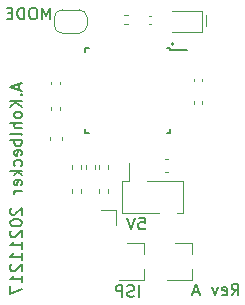
<source format=gbo>
G04 #@! TF.GenerationSoftware,KiCad,Pcbnew,(5.1.10-1-10_14)*
G04 #@! TF.CreationDate,2021-12-19T23:04:46+01:00*
G04 #@! TF.ProjectId,7segment,37736567-6d65-46e7-942e-6b696361645f,rev?*
G04 #@! TF.SameCoordinates,Original*
G04 #@! TF.FileFunction,Legend,Bot*
G04 #@! TF.FilePolarity,Positive*
%FSLAX46Y46*%
G04 Gerber Fmt 4.6, Leading zero omitted, Abs format (unit mm)*
G04 Created by KiCad (PCBNEW (5.1.10-1-10_14)) date 2021-12-19 23:04:46*
%MOMM*%
%LPD*%
G01*
G04 APERTURE LIST*
%ADD10C,0.120000*%
%ADD11C,0.153000*%
%ADD12C,0.150000*%
%ADD13O,1.801600X1.801600*%
%ADD14C,0.100000*%
%ADD15C,1.801600*%
G04 APERTURE END LIST*
D10*
X139954000Y-104013000D02*
X139954000Y-104902000D01*
D11*
X124118666Y-109831761D02*
X124118666Y-110307952D01*
X124404380Y-109736523D02*
X123404380Y-110069857D01*
X124404380Y-110403190D01*
X124309142Y-110736523D02*
X124356761Y-110784142D01*
X124404380Y-110736523D01*
X124356761Y-110688904D01*
X124309142Y-110736523D01*
X124404380Y-110736523D01*
X124404380Y-111212714D02*
X123404380Y-111212714D01*
X124404380Y-111784142D02*
X123832952Y-111355571D01*
X123404380Y-111784142D02*
X123975809Y-111212714D01*
X124404380Y-112355571D02*
X124356761Y-112260333D01*
X124309142Y-112212714D01*
X124213904Y-112165095D01*
X123928190Y-112165095D01*
X123832952Y-112212714D01*
X123785333Y-112260333D01*
X123737714Y-112355571D01*
X123737714Y-112498428D01*
X123785333Y-112593666D01*
X123832952Y-112641285D01*
X123928190Y-112688904D01*
X124213904Y-112688904D01*
X124309142Y-112641285D01*
X124356761Y-112593666D01*
X124404380Y-112498428D01*
X124404380Y-112355571D01*
X124404380Y-113117476D02*
X123404380Y-113117476D01*
X124404380Y-113546047D02*
X123880571Y-113546047D01*
X123785333Y-113498428D01*
X123737714Y-113403190D01*
X123737714Y-113260333D01*
X123785333Y-113165095D01*
X123832952Y-113117476D01*
X124404380Y-114165095D02*
X124356761Y-114069857D01*
X124261523Y-114022238D01*
X123404380Y-114022238D01*
X124404380Y-114546047D02*
X123404380Y-114546047D01*
X123785333Y-114546047D02*
X123737714Y-114641285D01*
X123737714Y-114831761D01*
X123785333Y-114927000D01*
X123832952Y-114974619D01*
X123928190Y-115022238D01*
X124213904Y-115022238D01*
X124309142Y-114974619D01*
X124356761Y-114927000D01*
X124404380Y-114831761D01*
X124404380Y-114641285D01*
X124356761Y-114546047D01*
X124356761Y-115831761D02*
X124404380Y-115736523D01*
X124404380Y-115546047D01*
X124356761Y-115450809D01*
X124261523Y-115403190D01*
X123880571Y-115403190D01*
X123785333Y-115450809D01*
X123737714Y-115546047D01*
X123737714Y-115736523D01*
X123785333Y-115831761D01*
X123880571Y-115879380D01*
X123975809Y-115879380D01*
X124071047Y-115403190D01*
X124356761Y-116736523D02*
X124404380Y-116641285D01*
X124404380Y-116450809D01*
X124356761Y-116355571D01*
X124309142Y-116307952D01*
X124213904Y-116260333D01*
X123928190Y-116260333D01*
X123832952Y-116307952D01*
X123785333Y-116355571D01*
X123737714Y-116450809D01*
X123737714Y-116641285D01*
X123785333Y-116736523D01*
X124404380Y-117165095D02*
X123404380Y-117165095D01*
X124023428Y-117260333D02*
X124404380Y-117546047D01*
X123737714Y-117546047D02*
X124118666Y-117165095D01*
X124356761Y-118355571D02*
X124404380Y-118260333D01*
X124404380Y-118069857D01*
X124356761Y-117974619D01*
X124261523Y-117927000D01*
X123880571Y-117927000D01*
X123785333Y-117974619D01*
X123737714Y-118069857D01*
X123737714Y-118260333D01*
X123785333Y-118355571D01*
X123880571Y-118403190D01*
X123975809Y-118403190D01*
X124071047Y-117927000D01*
X124404380Y-118831761D02*
X123737714Y-118831761D01*
X123928190Y-118831761D02*
X123832952Y-118879380D01*
X123785333Y-118927000D01*
X123737714Y-119022238D01*
X123737714Y-119117476D01*
D12*
X134302476Y-121118380D02*
X134778666Y-121118380D01*
X134826285Y-121594571D01*
X134778666Y-121546952D01*
X134683428Y-121499333D01*
X134445333Y-121499333D01*
X134350095Y-121546952D01*
X134302476Y-121594571D01*
X134254857Y-121689809D01*
X134254857Y-121927904D01*
X134302476Y-122023142D01*
X134350095Y-122070761D01*
X134445333Y-122118380D01*
X134683428Y-122118380D01*
X134778666Y-122070761D01*
X134826285Y-122023142D01*
X133969142Y-121118380D02*
X133635809Y-122118380D01*
X133302476Y-121118380D01*
D11*
X142152523Y-127706380D02*
X142485857Y-127230190D01*
X142723952Y-127706380D02*
X142723952Y-126706380D01*
X142343000Y-126706380D01*
X142247761Y-126754000D01*
X142200142Y-126801619D01*
X142152523Y-126896857D01*
X142152523Y-127039714D01*
X142200142Y-127134952D01*
X142247761Y-127182571D01*
X142343000Y-127230190D01*
X142723952Y-127230190D01*
X141343000Y-127658761D02*
X141438238Y-127706380D01*
X141628714Y-127706380D01*
X141723952Y-127658761D01*
X141771571Y-127563523D01*
X141771571Y-127182571D01*
X141723952Y-127087333D01*
X141628714Y-127039714D01*
X141438238Y-127039714D01*
X141343000Y-127087333D01*
X141295380Y-127182571D01*
X141295380Y-127277809D01*
X141771571Y-127373047D01*
X140962047Y-127039714D02*
X140723952Y-127706380D01*
X140485857Y-127039714D01*
X139390619Y-127420666D02*
X138914428Y-127420666D01*
X139485857Y-127706380D02*
X139152523Y-126706380D01*
X138819190Y-127706380D01*
X123499619Y-120332785D02*
X123452000Y-120380404D01*
X123404380Y-120475642D01*
X123404380Y-120713737D01*
X123452000Y-120808975D01*
X123499619Y-120856594D01*
X123594857Y-120904213D01*
X123690095Y-120904213D01*
X123832952Y-120856594D01*
X124404380Y-120285166D01*
X124404380Y-120904213D01*
X123404380Y-121523261D02*
X123404380Y-121618499D01*
X123452000Y-121713737D01*
X123499619Y-121761356D01*
X123594857Y-121808975D01*
X123785333Y-121856594D01*
X124023428Y-121856594D01*
X124213904Y-121808975D01*
X124309142Y-121761356D01*
X124356761Y-121713737D01*
X124404380Y-121618499D01*
X124404380Y-121523261D01*
X124356761Y-121428023D01*
X124309142Y-121380404D01*
X124213904Y-121332785D01*
X124023428Y-121285166D01*
X123785333Y-121285166D01*
X123594857Y-121332785D01*
X123499619Y-121380404D01*
X123452000Y-121428023D01*
X123404380Y-121523261D01*
X123499619Y-122237547D02*
X123452000Y-122285166D01*
X123404380Y-122380404D01*
X123404380Y-122618499D01*
X123452000Y-122713737D01*
X123499619Y-122761356D01*
X123594857Y-122808975D01*
X123690095Y-122808975D01*
X123832952Y-122761356D01*
X124404380Y-122189928D01*
X124404380Y-122808975D01*
X124404380Y-123761356D02*
X124404380Y-123189928D01*
X124404380Y-123475642D02*
X123404380Y-123475642D01*
X123547238Y-123380404D01*
X123642476Y-123285166D01*
X123690095Y-123189928D01*
X124404380Y-124713737D02*
X124404380Y-124142309D01*
X124404380Y-124428023D02*
X123404380Y-124428023D01*
X123547238Y-124332785D01*
X123642476Y-124237547D01*
X123690095Y-124142309D01*
X123499619Y-125094690D02*
X123452000Y-125142309D01*
X123404380Y-125237547D01*
X123404380Y-125475642D01*
X123452000Y-125570880D01*
X123499619Y-125618499D01*
X123594857Y-125666118D01*
X123690095Y-125666118D01*
X123832952Y-125618499D01*
X124404380Y-125047071D01*
X124404380Y-125666118D01*
X124404380Y-126618499D02*
X124404380Y-126047071D01*
X124404380Y-126332785D02*
X123404380Y-126332785D01*
X123547238Y-126237547D01*
X123642476Y-126142309D01*
X123690095Y-126047071D01*
X123404380Y-126951833D02*
X123404380Y-127618499D01*
X124404380Y-127189928D01*
X126777523Y-104338380D02*
X126777523Y-103338380D01*
X126444190Y-104052666D01*
X126110857Y-103338380D01*
X126110857Y-104338380D01*
X125444190Y-103338380D02*
X125253714Y-103338380D01*
X125158476Y-103386000D01*
X125063238Y-103481238D01*
X125015619Y-103671714D01*
X125015619Y-104005047D01*
X125063238Y-104195523D01*
X125158476Y-104290761D01*
X125253714Y-104338380D01*
X125444190Y-104338380D01*
X125539428Y-104290761D01*
X125634666Y-104195523D01*
X125682285Y-104005047D01*
X125682285Y-103671714D01*
X125634666Y-103481238D01*
X125539428Y-103386000D01*
X125444190Y-103338380D01*
X124587047Y-104338380D02*
X124587047Y-103338380D01*
X124348952Y-103338380D01*
X124206095Y-103386000D01*
X124110857Y-103481238D01*
X124063238Y-103576476D01*
X124015619Y-103766952D01*
X124015619Y-103909809D01*
X124063238Y-104100285D01*
X124110857Y-104195523D01*
X124206095Y-104290761D01*
X124348952Y-104338380D01*
X124587047Y-104338380D01*
X123587047Y-103814571D02*
X123253714Y-103814571D01*
X123110857Y-104338380D02*
X123587047Y-104338380D01*
X123587047Y-103338380D01*
X123110857Y-103338380D01*
D12*
X134326190Y-127833380D02*
X134326190Y-126833380D01*
X133897619Y-127785761D02*
X133754761Y-127833380D01*
X133516666Y-127833380D01*
X133421428Y-127785761D01*
X133373809Y-127738142D01*
X133326190Y-127642904D01*
X133326190Y-127547666D01*
X133373809Y-127452428D01*
X133421428Y-127404809D01*
X133516666Y-127357190D01*
X133707142Y-127309571D01*
X133802380Y-127261952D01*
X133850000Y-127214333D01*
X133897619Y-127119095D01*
X133897619Y-127023857D01*
X133850000Y-126928619D01*
X133802380Y-126881000D01*
X133707142Y-126833380D01*
X133469047Y-126833380D01*
X133326190Y-126881000D01*
X132897619Y-127833380D02*
X132897619Y-126833380D01*
X132516666Y-126833380D01*
X132421428Y-126881000D01*
X132373809Y-126928619D01*
X132326190Y-127023857D01*
X132326190Y-127166714D01*
X132373809Y-127261952D01*
X132421428Y-127309571D01*
X132516666Y-127357190D01*
X132897619Y-127357190D01*
D10*
X137287000Y-106426000D02*
G75*
G03*
X137287000Y-106426000I-127000J0D01*
G01*
X126744000Y-114264221D02*
X126744000Y-114589779D01*
X127764000Y-114264221D02*
X127764000Y-114589779D01*
X126894000Y-111994836D02*
X126894000Y-111779164D01*
X127614000Y-111994836D02*
X127614000Y-111779164D01*
X139676000Y-103671000D02*
X139676000Y-105371000D01*
X139676000Y-105371000D02*
X137126000Y-105371000D01*
X139676000Y-103671000D02*
X137126000Y-103671000D01*
X136511420Y-117223000D02*
X136792580Y-117223000D01*
X136511420Y-116203000D02*
X136792580Y-116203000D01*
X132394000Y-121793000D02*
X132394000Y-120463000D01*
X132394000Y-120463000D02*
X131064000Y-120463000D01*
D12*
X136975000Y-106963000D02*
X138400000Y-106963000D01*
X129725000Y-106738000D02*
X130050000Y-106738000D01*
X129725000Y-113988000D02*
X130050000Y-113988000D01*
X136975000Y-113988000D02*
X136650000Y-113988000D01*
X136975000Y-106738000D02*
X136650000Y-106738000D01*
X136975000Y-113988000D02*
X136975000Y-113663000D01*
X129725000Y-113988000D02*
X129725000Y-113663000D01*
X129725000Y-106738000D02*
X129725000Y-107063000D01*
X136975000Y-106738000D02*
X136975000Y-106963000D01*
D10*
X129924000Y-104221000D02*
G75*
G03*
X129224000Y-103521000I-700000J0D01*
G01*
X129224000Y-105521000D02*
G75*
G03*
X129924000Y-104821000I0J700000D01*
G01*
X127124000Y-104821000D02*
G75*
G03*
X127824000Y-105521000I700000J0D01*
G01*
X127824000Y-103521000D02*
G75*
G03*
X127124000Y-104221000I0J-700000D01*
G01*
X129924000Y-104821000D02*
X129924000Y-104221000D01*
X127824000Y-105521000D02*
X129224000Y-105521000D01*
X127124000Y-104221000D02*
X127124000Y-104821000D01*
X129224000Y-103521000D02*
X127824000Y-103521000D01*
X133376641Y-104014000D02*
X133069359Y-104014000D01*
X133376641Y-104774000D02*
X133069359Y-104774000D01*
X135147164Y-104754000D02*
X135362836Y-104754000D01*
X135147164Y-104034000D02*
X135362836Y-104034000D01*
X138959000Y-111486836D02*
X138959000Y-111271164D01*
X139679000Y-111486836D02*
X139679000Y-111271164D01*
X130938000Y-119025641D02*
X130938000Y-118718359D01*
X131698000Y-119025641D02*
X131698000Y-118718359D01*
X128652000Y-119025641D02*
X128652000Y-118718359D01*
X129412000Y-119025641D02*
X129412000Y-118718359D01*
X128652000Y-116993641D02*
X128652000Y-116686359D01*
X129412000Y-116993641D02*
X129412000Y-116686359D01*
X129795000Y-116993641D02*
X129795000Y-116686359D01*
X130555000Y-116993641D02*
X130555000Y-116686359D01*
X130938000Y-116993641D02*
X130938000Y-116686359D01*
X131698000Y-116993641D02*
X131698000Y-116686359D01*
X138809000Y-123261000D02*
X137349000Y-123261000D01*
X138809000Y-126421000D02*
X136649000Y-126421000D01*
X138809000Y-126421000D02*
X138809000Y-125491000D01*
X138809000Y-123261000D02*
X138809000Y-124191000D01*
X126894000Y-109835836D02*
X126894000Y-109620164D01*
X127614000Y-109835836D02*
X127614000Y-109620164D01*
X138959000Y-109581836D02*
X138959000Y-109366164D01*
X139679000Y-109581836D02*
X139679000Y-109366164D01*
X134960000Y-118050000D02*
X138070000Y-118050000D01*
X137500000Y-120710000D02*
X138070000Y-120710000D01*
X132870000Y-118050000D02*
X133440000Y-118050000D01*
X133440000Y-118050000D02*
X133440000Y-116530000D01*
X132870000Y-120710000D02*
X135980000Y-120710000D01*
X138070000Y-118050000D02*
X138070000Y-120710000D01*
X132870000Y-118050000D02*
X132870000Y-120710000D01*
X134745000Y-123261000D02*
X133285000Y-123261000D01*
X134745000Y-126421000D02*
X132585000Y-126421000D01*
X134745000Y-126421000D02*
X134745000Y-125491000D01*
X134745000Y-123261000D02*
X134745000Y-124191000D01*
%LPC*%
G36*
G01*
X126972350Y-114726200D02*
X127535650Y-114726200D01*
G75*
G02*
X127779800Y-114970350I0J-244150D01*
G01*
X127779800Y-115458650D01*
G75*
G02*
X127535650Y-115702800I-244150J0D01*
G01*
X126972350Y-115702800D01*
G75*
G02*
X126728200Y-115458650I0J244150D01*
G01*
X126728200Y-114970350D01*
G75*
G02*
X126972350Y-114726200I244150J0D01*
G01*
G37*
G36*
G01*
X126972350Y-113151200D02*
X127535650Y-113151200D01*
G75*
G02*
X127779800Y-113395350I0J-244150D01*
G01*
X127779800Y-113883650D01*
G75*
G02*
X127535650Y-114127800I-244150J0D01*
G01*
X126972350Y-114127800D01*
G75*
G02*
X126728200Y-113883650I0J244150D01*
G01*
X126728200Y-113395350D01*
G75*
G02*
X126972350Y-113151200I244150J0D01*
G01*
G37*
G36*
G01*
X127449400Y-111737800D02*
X127058600Y-111737800D01*
G75*
G02*
X126893200Y-111572400I0J165400D01*
G01*
X126893200Y-111241600D01*
G75*
G02*
X127058600Y-111076200I165400J0D01*
G01*
X127449400Y-111076200D01*
G75*
G02*
X127614800Y-111241600I0J-165400D01*
G01*
X127614800Y-111572400D01*
G75*
G02*
X127449400Y-111737800I-165400J0D01*
G01*
G37*
G36*
G01*
X127449400Y-112697800D02*
X127058600Y-112697800D01*
G75*
G02*
X126893200Y-112532400I0J165400D01*
G01*
X126893200Y-112201600D01*
G75*
G02*
X127058600Y-112036200I165400J0D01*
G01*
X127449400Y-112036200D01*
G75*
G02*
X127614800Y-112201600I0J-165400D01*
G01*
X127614800Y-112532400D01*
G75*
G02*
X127449400Y-112697800I-165400J0D01*
G01*
G37*
D13*
X121920000Y-104140000D03*
X121920000Y-106680000D03*
X121920000Y-109220000D03*
X121920000Y-111760000D03*
X121920000Y-114300000D03*
X121920000Y-116840000D03*
X121920000Y-119380000D03*
X121920000Y-121920000D03*
X121920000Y-124460000D03*
G36*
G01*
X121019200Y-127850000D02*
X121019200Y-126150000D01*
G75*
G02*
X121070000Y-126099200I50800J0D01*
G01*
X122770000Y-126099200D01*
G75*
G02*
X122820800Y-126150000I0J-50800D01*
G01*
X122820800Y-127850000D01*
G75*
G02*
X122770000Y-127900800I-50800J0D01*
G01*
X121070000Y-127900800D01*
G75*
G02*
X121019200Y-127850000I0J50800D01*
G01*
G37*
G36*
G01*
X137376800Y-104270999D02*
X137376800Y-104771001D01*
G75*
G02*
X137326001Y-104821800I-50799J0D01*
G01*
X136825999Y-104821800D01*
G75*
G02*
X136775200Y-104771001I0J50799D01*
G01*
X136775200Y-104270999D01*
G75*
G02*
X136825999Y-104220200I50799J0D01*
G01*
X137326001Y-104220200D01*
G75*
G02*
X137376800Y-104270999I0J-50799D01*
G01*
G37*
G36*
G01*
X139576800Y-104270999D02*
X139576800Y-104771001D01*
G75*
G02*
X139526001Y-104821800I-50799J0D01*
G01*
X139025999Y-104821800D01*
G75*
G02*
X138975200Y-104771001I0J50799D01*
G01*
X138975200Y-104270999D01*
G75*
G02*
X139025999Y-104220200I50799J0D01*
G01*
X139526001Y-104220200D01*
G75*
G02*
X139576800Y-104270999I0J-50799D01*
G01*
G37*
G36*
G01*
X136926200Y-116988400D02*
X136926200Y-116437600D01*
G75*
G02*
X137176600Y-116187200I250400J0D01*
G01*
X137677400Y-116187200D01*
G75*
G02*
X137927800Y-116437600I0J-250400D01*
G01*
X137927800Y-116988400D01*
G75*
G02*
X137677400Y-117238800I-250400J0D01*
G01*
X137176600Y-117238800D01*
G75*
G02*
X136926200Y-116988400I0J250400D01*
G01*
G37*
G36*
G01*
X135376200Y-116988400D02*
X135376200Y-116437600D01*
G75*
G02*
X135626600Y-116187200I250400J0D01*
G01*
X136127400Y-116187200D01*
G75*
G02*
X136377800Y-116437600I0J-250400D01*
G01*
X136377800Y-116988400D01*
G75*
G02*
X136127400Y-117238800I-250400J0D01*
G01*
X135626600Y-117238800D01*
G75*
G02*
X135376200Y-116988400I0J250400D01*
G01*
G37*
X128524000Y-126873000D03*
X131064000Y-126873000D03*
X128524000Y-124333000D03*
X131064000Y-124333000D03*
X128524000Y-121793000D03*
G36*
G01*
X131964800Y-120943000D02*
X131964800Y-122643000D01*
G75*
G02*
X131914000Y-122693800I-50800J0D01*
G01*
X130214000Y-122693800D01*
G75*
G02*
X130163200Y-122643000I0J50800D01*
G01*
X130163200Y-120943000D01*
G75*
G02*
X130214000Y-120892200I50800J0D01*
G01*
X131914000Y-120892200D01*
G75*
G02*
X131964800Y-120943000I0J-50800D01*
G01*
G37*
G36*
G01*
X138450800Y-107288000D02*
X138450800Y-107838000D01*
G75*
G02*
X138400000Y-107888800I-50800J0D01*
G01*
X136800000Y-107888800D01*
G75*
G02*
X136749200Y-107838000I0J50800D01*
G01*
X136749200Y-107288000D01*
G75*
G02*
X136800000Y-107237200I50800J0D01*
G01*
X138400000Y-107237200D01*
G75*
G02*
X138450800Y-107288000I0J-50800D01*
G01*
G37*
G36*
G01*
X138450800Y-108088000D02*
X138450800Y-108638000D01*
G75*
G02*
X138400000Y-108688800I-50800J0D01*
G01*
X136800000Y-108688800D01*
G75*
G02*
X136749200Y-108638000I0J50800D01*
G01*
X136749200Y-108088000D01*
G75*
G02*
X136800000Y-108037200I50800J0D01*
G01*
X138400000Y-108037200D01*
G75*
G02*
X138450800Y-108088000I0J-50800D01*
G01*
G37*
G36*
G01*
X138450800Y-108888000D02*
X138450800Y-109438000D01*
G75*
G02*
X138400000Y-109488800I-50800J0D01*
G01*
X136800000Y-109488800D01*
G75*
G02*
X136749200Y-109438000I0J50800D01*
G01*
X136749200Y-108888000D01*
G75*
G02*
X136800000Y-108837200I50800J0D01*
G01*
X138400000Y-108837200D01*
G75*
G02*
X138450800Y-108888000I0J-50800D01*
G01*
G37*
G36*
G01*
X138450800Y-109688000D02*
X138450800Y-110238000D01*
G75*
G02*
X138400000Y-110288800I-50800J0D01*
G01*
X136800000Y-110288800D01*
G75*
G02*
X136749200Y-110238000I0J50800D01*
G01*
X136749200Y-109688000D01*
G75*
G02*
X136800000Y-109637200I50800J0D01*
G01*
X138400000Y-109637200D01*
G75*
G02*
X138450800Y-109688000I0J-50800D01*
G01*
G37*
G36*
G01*
X138450800Y-110488000D02*
X138450800Y-111038000D01*
G75*
G02*
X138400000Y-111088800I-50800J0D01*
G01*
X136800000Y-111088800D01*
G75*
G02*
X136749200Y-111038000I0J50800D01*
G01*
X136749200Y-110488000D01*
G75*
G02*
X136800000Y-110437200I50800J0D01*
G01*
X138400000Y-110437200D01*
G75*
G02*
X138450800Y-110488000I0J-50800D01*
G01*
G37*
G36*
G01*
X138450800Y-111288000D02*
X138450800Y-111838000D01*
G75*
G02*
X138400000Y-111888800I-50800J0D01*
G01*
X136800000Y-111888800D01*
G75*
G02*
X136749200Y-111838000I0J50800D01*
G01*
X136749200Y-111288000D01*
G75*
G02*
X136800000Y-111237200I50800J0D01*
G01*
X138400000Y-111237200D01*
G75*
G02*
X138450800Y-111288000I0J-50800D01*
G01*
G37*
G36*
G01*
X138450800Y-112088000D02*
X138450800Y-112638000D01*
G75*
G02*
X138400000Y-112688800I-50800J0D01*
G01*
X136800000Y-112688800D01*
G75*
G02*
X136749200Y-112638000I0J50800D01*
G01*
X136749200Y-112088000D01*
G75*
G02*
X136800000Y-112037200I50800J0D01*
G01*
X138400000Y-112037200D01*
G75*
G02*
X138450800Y-112088000I0J-50800D01*
G01*
G37*
G36*
G01*
X138450800Y-112888000D02*
X138450800Y-113438000D01*
G75*
G02*
X138400000Y-113488800I-50800J0D01*
G01*
X136800000Y-113488800D01*
G75*
G02*
X136749200Y-113438000I0J50800D01*
G01*
X136749200Y-112888000D01*
G75*
G02*
X136800000Y-112837200I50800J0D01*
G01*
X138400000Y-112837200D01*
G75*
G02*
X138450800Y-112888000I0J-50800D01*
G01*
G37*
G36*
G01*
X136425000Y-115463800D02*
X135875000Y-115463800D01*
G75*
G02*
X135824200Y-115413000I0J50800D01*
G01*
X135824200Y-113813000D01*
G75*
G02*
X135875000Y-113762200I50800J0D01*
G01*
X136425000Y-113762200D01*
G75*
G02*
X136475800Y-113813000I0J-50800D01*
G01*
X136475800Y-115413000D01*
G75*
G02*
X136425000Y-115463800I-50800J0D01*
G01*
G37*
G36*
G01*
X135625000Y-115463800D02*
X135075000Y-115463800D01*
G75*
G02*
X135024200Y-115413000I0J50800D01*
G01*
X135024200Y-113813000D01*
G75*
G02*
X135075000Y-113762200I50800J0D01*
G01*
X135625000Y-113762200D01*
G75*
G02*
X135675800Y-113813000I0J-50800D01*
G01*
X135675800Y-115413000D01*
G75*
G02*
X135625000Y-115463800I-50800J0D01*
G01*
G37*
G36*
G01*
X134825000Y-115463800D02*
X134275000Y-115463800D01*
G75*
G02*
X134224200Y-115413000I0J50800D01*
G01*
X134224200Y-113813000D01*
G75*
G02*
X134275000Y-113762200I50800J0D01*
G01*
X134825000Y-113762200D01*
G75*
G02*
X134875800Y-113813000I0J-50800D01*
G01*
X134875800Y-115413000D01*
G75*
G02*
X134825000Y-115463800I-50800J0D01*
G01*
G37*
G36*
G01*
X134025000Y-115463800D02*
X133475000Y-115463800D01*
G75*
G02*
X133424200Y-115413000I0J50800D01*
G01*
X133424200Y-113813000D01*
G75*
G02*
X133475000Y-113762200I50800J0D01*
G01*
X134025000Y-113762200D01*
G75*
G02*
X134075800Y-113813000I0J-50800D01*
G01*
X134075800Y-115413000D01*
G75*
G02*
X134025000Y-115463800I-50800J0D01*
G01*
G37*
G36*
G01*
X133225000Y-115463800D02*
X132675000Y-115463800D01*
G75*
G02*
X132624200Y-115413000I0J50800D01*
G01*
X132624200Y-113813000D01*
G75*
G02*
X132675000Y-113762200I50800J0D01*
G01*
X133225000Y-113762200D01*
G75*
G02*
X133275800Y-113813000I0J-50800D01*
G01*
X133275800Y-115413000D01*
G75*
G02*
X133225000Y-115463800I-50800J0D01*
G01*
G37*
G36*
G01*
X132425000Y-115463800D02*
X131875000Y-115463800D01*
G75*
G02*
X131824200Y-115413000I0J50800D01*
G01*
X131824200Y-113813000D01*
G75*
G02*
X131875000Y-113762200I50800J0D01*
G01*
X132425000Y-113762200D01*
G75*
G02*
X132475800Y-113813000I0J-50800D01*
G01*
X132475800Y-115413000D01*
G75*
G02*
X132425000Y-115463800I-50800J0D01*
G01*
G37*
G36*
G01*
X131625000Y-115463800D02*
X131075000Y-115463800D01*
G75*
G02*
X131024200Y-115413000I0J50800D01*
G01*
X131024200Y-113813000D01*
G75*
G02*
X131075000Y-113762200I50800J0D01*
G01*
X131625000Y-113762200D01*
G75*
G02*
X131675800Y-113813000I0J-50800D01*
G01*
X131675800Y-115413000D01*
G75*
G02*
X131625000Y-115463800I-50800J0D01*
G01*
G37*
G36*
G01*
X130825000Y-115463800D02*
X130275000Y-115463800D01*
G75*
G02*
X130224200Y-115413000I0J50800D01*
G01*
X130224200Y-113813000D01*
G75*
G02*
X130275000Y-113762200I50800J0D01*
G01*
X130825000Y-113762200D01*
G75*
G02*
X130875800Y-113813000I0J-50800D01*
G01*
X130875800Y-115413000D01*
G75*
G02*
X130825000Y-115463800I-50800J0D01*
G01*
G37*
G36*
G01*
X129950800Y-112888000D02*
X129950800Y-113438000D01*
G75*
G02*
X129900000Y-113488800I-50800J0D01*
G01*
X128300000Y-113488800D01*
G75*
G02*
X128249200Y-113438000I0J50800D01*
G01*
X128249200Y-112888000D01*
G75*
G02*
X128300000Y-112837200I50800J0D01*
G01*
X129900000Y-112837200D01*
G75*
G02*
X129950800Y-112888000I0J-50800D01*
G01*
G37*
G36*
G01*
X129950800Y-112088000D02*
X129950800Y-112638000D01*
G75*
G02*
X129900000Y-112688800I-50800J0D01*
G01*
X128300000Y-112688800D01*
G75*
G02*
X128249200Y-112638000I0J50800D01*
G01*
X128249200Y-112088000D01*
G75*
G02*
X128300000Y-112037200I50800J0D01*
G01*
X129900000Y-112037200D01*
G75*
G02*
X129950800Y-112088000I0J-50800D01*
G01*
G37*
G36*
G01*
X129950800Y-111288000D02*
X129950800Y-111838000D01*
G75*
G02*
X129900000Y-111888800I-50800J0D01*
G01*
X128300000Y-111888800D01*
G75*
G02*
X128249200Y-111838000I0J50800D01*
G01*
X128249200Y-111288000D01*
G75*
G02*
X128300000Y-111237200I50800J0D01*
G01*
X129900000Y-111237200D01*
G75*
G02*
X129950800Y-111288000I0J-50800D01*
G01*
G37*
G36*
G01*
X129950800Y-110488000D02*
X129950800Y-111038000D01*
G75*
G02*
X129900000Y-111088800I-50800J0D01*
G01*
X128300000Y-111088800D01*
G75*
G02*
X128249200Y-111038000I0J50800D01*
G01*
X128249200Y-110488000D01*
G75*
G02*
X128300000Y-110437200I50800J0D01*
G01*
X129900000Y-110437200D01*
G75*
G02*
X129950800Y-110488000I0J-50800D01*
G01*
G37*
G36*
G01*
X129950800Y-109688000D02*
X129950800Y-110238000D01*
G75*
G02*
X129900000Y-110288800I-50800J0D01*
G01*
X128300000Y-110288800D01*
G75*
G02*
X128249200Y-110238000I0J50800D01*
G01*
X128249200Y-109688000D01*
G75*
G02*
X128300000Y-109637200I50800J0D01*
G01*
X129900000Y-109637200D01*
G75*
G02*
X129950800Y-109688000I0J-50800D01*
G01*
G37*
G36*
G01*
X129950800Y-108888000D02*
X129950800Y-109438000D01*
G75*
G02*
X129900000Y-109488800I-50800J0D01*
G01*
X128300000Y-109488800D01*
G75*
G02*
X128249200Y-109438000I0J50800D01*
G01*
X128249200Y-108888000D01*
G75*
G02*
X128300000Y-108837200I50800J0D01*
G01*
X129900000Y-108837200D01*
G75*
G02*
X129950800Y-108888000I0J-50800D01*
G01*
G37*
G36*
G01*
X129950800Y-108088000D02*
X129950800Y-108638000D01*
G75*
G02*
X129900000Y-108688800I-50800J0D01*
G01*
X128300000Y-108688800D01*
G75*
G02*
X128249200Y-108638000I0J50800D01*
G01*
X128249200Y-108088000D01*
G75*
G02*
X128300000Y-108037200I50800J0D01*
G01*
X129900000Y-108037200D01*
G75*
G02*
X129950800Y-108088000I0J-50800D01*
G01*
G37*
G36*
G01*
X129950800Y-107288000D02*
X129950800Y-107838000D01*
G75*
G02*
X129900000Y-107888800I-50800J0D01*
G01*
X128300000Y-107888800D01*
G75*
G02*
X128249200Y-107838000I0J50800D01*
G01*
X128249200Y-107288000D01*
G75*
G02*
X128300000Y-107237200I50800J0D01*
G01*
X129900000Y-107237200D01*
G75*
G02*
X129950800Y-107288000I0J-50800D01*
G01*
G37*
G36*
G01*
X130825000Y-106963800D02*
X130275000Y-106963800D01*
G75*
G02*
X130224200Y-106913000I0J50800D01*
G01*
X130224200Y-105313000D01*
G75*
G02*
X130275000Y-105262200I50800J0D01*
G01*
X130825000Y-105262200D01*
G75*
G02*
X130875800Y-105313000I0J-50800D01*
G01*
X130875800Y-106913000D01*
G75*
G02*
X130825000Y-106963800I-50800J0D01*
G01*
G37*
G36*
G01*
X131625000Y-106963800D02*
X131075000Y-106963800D01*
G75*
G02*
X131024200Y-106913000I0J50800D01*
G01*
X131024200Y-105313000D01*
G75*
G02*
X131075000Y-105262200I50800J0D01*
G01*
X131625000Y-105262200D01*
G75*
G02*
X131675800Y-105313000I0J-50800D01*
G01*
X131675800Y-106913000D01*
G75*
G02*
X131625000Y-106963800I-50800J0D01*
G01*
G37*
G36*
G01*
X132425000Y-106963800D02*
X131875000Y-106963800D01*
G75*
G02*
X131824200Y-106913000I0J50800D01*
G01*
X131824200Y-105313000D01*
G75*
G02*
X131875000Y-105262200I50800J0D01*
G01*
X132425000Y-105262200D01*
G75*
G02*
X132475800Y-105313000I0J-50800D01*
G01*
X132475800Y-106913000D01*
G75*
G02*
X132425000Y-106963800I-50800J0D01*
G01*
G37*
G36*
G01*
X133225000Y-106963800D02*
X132675000Y-106963800D01*
G75*
G02*
X132624200Y-106913000I0J50800D01*
G01*
X132624200Y-105313000D01*
G75*
G02*
X132675000Y-105262200I50800J0D01*
G01*
X133225000Y-105262200D01*
G75*
G02*
X133275800Y-105313000I0J-50800D01*
G01*
X133275800Y-106913000D01*
G75*
G02*
X133225000Y-106963800I-50800J0D01*
G01*
G37*
G36*
G01*
X134025000Y-106963800D02*
X133475000Y-106963800D01*
G75*
G02*
X133424200Y-106913000I0J50800D01*
G01*
X133424200Y-105313000D01*
G75*
G02*
X133475000Y-105262200I50800J0D01*
G01*
X134025000Y-105262200D01*
G75*
G02*
X134075800Y-105313000I0J-50800D01*
G01*
X134075800Y-106913000D01*
G75*
G02*
X134025000Y-106963800I-50800J0D01*
G01*
G37*
G36*
G01*
X134825000Y-106963800D02*
X134275000Y-106963800D01*
G75*
G02*
X134224200Y-106913000I0J50800D01*
G01*
X134224200Y-105313000D01*
G75*
G02*
X134275000Y-105262200I50800J0D01*
G01*
X134825000Y-105262200D01*
G75*
G02*
X134875800Y-105313000I0J-50800D01*
G01*
X134875800Y-106913000D01*
G75*
G02*
X134825000Y-106963800I-50800J0D01*
G01*
G37*
G36*
G01*
X135625000Y-106963800D02*
X135075000Y-106963800D01*
G75*
G02*
X135024200Y-106913000I0J50800D01*
G01*
X135024200Y-105313000D01*
G75*
G02*
X135075000Y-105262200I50800J0D01*
G01*
X135625000Y-105262200D01*
G75*
G02*
X135675800Y-105313000I0J-50800D01*
G01*
X135675800Y-106913000D01*
G75*
G02*
X135625000Y-106963800I-50800J0D01*
G01*
G37*
G36*
G01*
X136425000Y-106963800D02*
X135875000Y-106963800D01*
G75*
G02*
X135824200Y-106913000I0J50800D01*
G01*
X135824200Y-105313000D01*
G75*
G02*
X135875000Y-105262200I50800J0D01*
G01*
X136425000Y-105262200D01*
G75*
G02*
X136475800Y-105313000I0J-50800D01*
G01*
X136475800Y-106913000D01*
G75*
G02*
X136425000Y-106963800I-50800J0D01*
G01*
G37*
D14*
G36*
X127867887Y-105321198D02*
G01*
X127849466Y-105321198D01*
X127844486Y-105320953D01*
X127795655Y-105316143D01*
X127790725Y-105315412D01*
X127742600Y-105305840D01*
X127737763Y-105304628D01*
X127690808Y-105290384D01*
X127686115Y-105288705D01*
X127640782Y-105269928D01*
X127636274Y-105267796D01*
X127593001Y-105244665D01*
X127588727Y-105242103D01*
X127547928Y-105214843D01*
X127543923Y-105211873D01*
X127505994Y-105180745D01*
X127502300Y-105177397D01*
X127467603Y-105142700D01*
X127464255Y-105139006D01*
X127433127Y-105101077D01*
X127430157Y-105097072D01*
X127402897Y-105056273D01*
X127400335Y-105051999D01*
X127377204Y-105008726D01*
X127375072Y-105004218D01*
X127356295Y-104958885D01*
X127354616Y-104954192D01*
X127340372Y-104907237D01*
X127339160Y-104902400D01*
X127329588Y-104854275D01*
X127328857Y-104849345D01*
X127324047Y-104800514D01*
X127323802Y-104795534D01*
X127323802Y-104777113D01*
X127323200Y-104771000D01*
X127323200Y-104271000D01*
X127323802Y-104264887D01*
X127323802Y-104246466D01*
X127324047Y-104241486D01*
X127328857Y-104192655D01*
X127329588Y-104187725D01*
X127339160Y-104139600D01*
X127340372Y-104134763D01*
X127354616Y-104087808D01*
X127356295Y-104083115D01*
X127375072Y-104037782D01*
X127377204Y-104033274D01*
X127400335Y-103990001D01*
X127402897Y-103985727D01*
X127430157Y-103944928D01*
X127433127Y-103940923D01*
X127464255Y-103902994D01*
X127467603Y-103899300D01*
X127502300Y-103864603D01*
X127505994Y-103861255D01*
X127543923Y-103830127D01*
X127547928Y-103827157D01*
X127588727Y-103799897D01*
X127593001Y-103797335D01*
X127636274Y-103774204D01*
X127640782Y-103772072D01*
X127686115Y-103753295D01*
X127690808Y-103751616D01*
X127737763Y-103737372D01*
X127742600Y-103736160D01*
X127790725Y-103726588D01*
X127795655Y-103725857D01*
X127844486Y-103721047D01*
X127849466Y-103720802D01*
X127867887Y-103720802D01*
X127874000Y-103720200D01*
X128374000Y-103720200D01*
X128383911Y-103721176D01*
X128393440Y-103724067D01*
X128402223Y-103728761D01*
X128409921Y-103735079D01*
X128416239Y-103742777D01*
X128420933Y-103751560D01*
X128423824Y-103761089D01*
X128424800Y-103771000D01*
X128424800Y-105271000D01*
X128423824Y-105280911D01*
X128420933Y-105290440D01*
X128416239Y-105299223D01*
X128409921Y-105306921D01*
X128402223Y-105313239D01*
X128393440Y-105317933D01*
X128383911Y-105320824D01*
X128374000Y-105321800D01*
X127874000Y-105321800D01*
X127867887Y-105321198D01*
G37*
G36*
X128664089Y-105320824D02*
G01*
X128654560Y-105317933D01*
X128645777Y-105313239D01*
X128638079Y-105306921D01*
X128631761Y-105299223D01*
X128627067Y-105290440D01*
X128624176Y-105280911D01*
X128623200Y-105271000D01*
X128623200Y-103771000D01*
X128624176Y-103761089D01*
X128627067Y-103751560D01*
X128631761Y-103742777D01*
X128638079Y-103735079D01*
X128645777Y-103728761D01*
X128654560Y-103724067D01*
X128664089Y-103721176D01*
X128674000Y-103720200D01*
X129174000Y-103720200D01*
X129180113Y-103720802D01*
X129198534Y-103720802D01*
X129203514Y-103721047D01*
X129252345Y-103725857D01*
X129257275Y-103726588D01*
X129305400Y-103736160D01*
X129310237Y-103737372D01*
X129357192Y-103751616D01*
X129361885Y-103753295D01*
X129407218Y-103772072D01*
X129411726Y-103774204D01*
X129454999Y-103797335D01*
X129459273Y-103799897D01*
X129500072Y-103827157D01*
X129504077Y-103830127D01*
X129542006Y-103861255D01*
X129545700Y-103864603D01*
X129580397Y-103899300D01*
X129583745Y-103902994D01*
X129614873Y-103940923D01*
X129617843Y-103944928D01*
X129645103Y-103985727D01*
X129647665Y-103990001D01*
X129670796Y-104033274D01*
X129672928Y-104037782D01*
X129691705Y-104083115D01*
X129693384Y-104087808D01*
X129707628Y-104134763D01*
X129708840Y-104139600D01*
X129718412Y-104187725D01*
X129719143Y-104192655D01*
X129723953Y-104241486D01*
X129724198Y-104246466D01*
X129724198Y-104264887D01*
X129724800Y-104271000D01*
X129724800Y-104771000D01*
X129724198Y-104777113D01*
X129724198Y-104795534D01*
X129723953Y-104800514D01*
X129719143Y-104849345D01*
X129718412Y-104854275D01*
X129708840Y-104902400D01*
X129707628Y-104907237D01*
X129693384Y-104954192D01*
X129691705Y-104958885D01*
X129672928Y-105004218D01*
X129670796Y-105008726D01*
X129647665Y-105051999D01*
X129645103Y-105056273D01*
X129617843Y-105097072D01*
X129614873Y-105101077D01*
X129583745Y-105139006D01*
X129580397Y-105142700D01*
X129545700Y-105177397D01*
X129542006Y-105180745D01*
X129504077Y-105211873D01*
X129500072Y-105214843D01*
X129459273Y-105242103D01*
X129454999Y-105244665D01*
X129411726Y-105267796D01*
X129407218Y-105269928D01*
X129361885Y-105288705D01*
X129357192Y-105290384D01*
X129310237Y-105304628D01*
X129305400Y-105305840D01*
X129257275Y-105315412D01*
X129252345Y-105316143D01*
X129203514Y-105320953D01*
X129198534Y-105321198D01*
X129180113Y-105321198D01*
X129174000Y-105321800D01*
X128674000Y-105321800D01*
X128664089Y-105320824D01*
G37*
D15*
X140970000Y-105410000D03*
X140970000Y-107950000D03*
X140970000Y-110490000D03*
X140970000Y-113030000D03*
X140970000Y-115570000D03*
X140970000Y-118110000D03*
X140970000Y-120650000D03*
X140970000Y-123190000D03*
X140970000Y-125730000D03*
X125730000Y-125730000D03*
X125730000Y-123190000D03*
X125730000Y-120650000D03*
X125730000Y-118110000D03*
X125730000Y-115570000D03*
X125730000Y-113030000D03*
X125730000Y-110490000D03*
X125730000Y-107950000D03*
G36*
G01*
X124929200Y-106160000D02*
X124929200Y-104660000D01*
G75*
G02*
X124980000Y-104609200I50800J0D01*
G01*
X126480000Y-104609200D01*
G75*
G02*
X126530800Y-104660000I0J-50800D01*
G01*
X126530800Y-106160000D01*
G75*
G02*
X126480000Y-106210800I-50800J0D01*
G01*
X124980000Y-106210800D01*
G75*
G02*
X124929200Y-106160000I0J50800D01*
G01*
G37*
G36*
G01*
X133033800Y-104183600D02*
X133033800Y-104604400D01*
G75*
G02*
X132873400Y-104764800I-160400J0D01*
G01*
X132552600Y-104764800D01*
G75*
G02*
X132392200Y-104604400I0J160400D01*
G01*
X132392200Y-104183600D01*
G75*
G02*
X132552600Y-104023200I160400J0D01*
G01*
X132873400Y-104023200D01*
G75*
G02*
X133033800Y-104183600I0J-160400D01*
G01*
G37*
G36*
G01*
X134053800Y-104183600D02*
X134053800Y-104604400D01*
G75*
G02*
X133893400Y-104764800I-160400J0D01*
G01*
X133572600Y-104764800D01*
G75*
G02*
X133412200Y-104604400I0J160400D01*
G01*
X133412200Y-104183600D01*
G75*
G02*
X133572600Y-104023200I160400J0D01*
G01*
X133893400Y-104023200D01*
G75*
G02*
X134053800Y-104183600I0J-160400D01*
G01*
G37*
G36*
G01*
X135404200Y-104589400D02*
X135404200Y-104198600D01*
G75*
G02*
X135569600Y-104033200I165400J0D01*
G01*
X135900400Y-104033200D01*
G75*
G02*
X136065800Y-104198600I0J-165400D01*
G01*
X136065800Y-104589400D01*
G75*
G02*
X135900400Y-104754800I-165400J0D01*
G01*
X135569600Y-104754800D01*
G75*
G02*
X135404200Y-104589400I0J165400D01*
G01*
G37*
G36*
G01*
X134444200Y-104589400D02*
X134444200Y-104198600D01*
G75*
G02*
X134609600Y-104033200I165400J0D01*
G01*
X134940400Y-104033200D01*
G75*
G02*
X135105800Y-104198600I0J-165400D01*
G01*
X135105800Y-104589400D01*
G75*
G02*
X134940400Y-104754800I-165400J0D01*
G01*
X134609600Y-104754800D01*
G75*
G02*
X134444200Y-104589400I0J165400D01*
G01*
G37*
G36*
G01*
X139514400Y-111229800D02*
X139123600Y-111229800D01*
G75*
G02*
X138958200Y-111064400I0J165400D01*
G01*
X138958200Y-110733600D01*
G75*
G02*
X139123600Y-110568200I165400J0D01*
G01*
X139514400Y-110568200D01*
G75*
G02*
X139679800Y-110733600I0J-165400D01*
G01*
X139679800Y-111064400D01*
G75*
G02*
X139514400Y-111229800I-165400J0D01*
G01*
G37*
G36*
G01*
X139514400Y-112189800D02*
X139123600Y-112189800D01*
G75*
G02*
X138958200Y-112024400I0J165400D01*
G01*
X138958200Y-111693600D01*
G75*
G02*
X139123600Y-111528200I165400J0D01*
G01*
X139514400Y-111528200D01*
G75*
G02*
X139679800Y-111693600I0J-165400D01*
G01*
X139679800Y-112024400D01*
G75*
G02*
X139514400Y-112189800I-165400J0D01*
G01*
G37*
G36*
G01*
X131528400Y-118682800D02*
X131107600Y-118682800D01*
G75*
G02*
X130947200Y-118522400I0J160400D01*
G01*
X130947200Y-118201600D01*
G75*
G02*
X131107600Y-118041200I160400J0D01*
G01*
X131528400Y-118041200D01*
G75*
G02*
X131688800Y-118201600I0J-160400D01*
G01*
X131688800Y-118522400D01*
G75*
G02*
X131528400Y-118682800I-160400J0D01*
G01*
G37*
G36*
G01*
X131528400Y-119702800D02*
X131107600Y-119702800D01*
G75*
G02*
X130947200Y-119542400I0J160400D01*
G01*
X130947200Y-119221600D01*
G75*
G02*
X131107600Y-119061200I160400J0D01*
G01*
X131528400Y-119061200D01*
G75*
G02*
X131688800Y-119221600I0J-160400D01*
G01*
X131688800Y-119542400D01*
G75*
G02*
X131528400Y-119702800I-160400J0D01*
G01*
G37*
G36*
G01*
X129242400Y-118682800D02*
X128821600Y-118682800D01*
G75*
G02*
X128661200Y-118522400I0J160400D01*
G01*
X128661200Y-118201600D01*
G75*
G02*
X128821600Y-118041200I160400J0D01*
G01*
X129242400Y-118041200D01*
G75*
G02*
X129402800Y-118201600I0J-160400D01*
G01*
X129402800Y-118522400D01*
G75*
G02*
X129242400Y-118682800I-160400J0D01*
G01*
G37*
G36*
G01*
X129242400Y-119702800D02*
X128821600Y-119702800D01*
G75*
G02*
X128661200Y-119542400I0J160400D01*
G01*
X128661200Y-119221600D01*
G75*
G02*
X128821600Y-119061200I160400J0D01*
G01*
X129242400Y-119061200D01*
G75*
G02*
X129402800Y-119221600I0J-160400D01*
G01*
X129402800Y-119542400D01*
G75*
G02*
X129242400Y-119702800I-160400J0D01*
G01*
G37*
G36*
G01*
X129242400Y-116650800D02*
X128821600Y-116650800D01*
G75*
G02*
X128661200Y-116490400I0J160400D01*
G01*
X128661200Y-116169600D01*
G75*
G02*
X128821600Y-116009200I160400J0D01*
G01*
X129242400Y-116009200D01*
G75*
G02*
X129402800Y-116169600I0J-160400D01*
G01*
X129402800Y-116490400D01*
G75*
G02*
X129242400Y-116650800I-160400J0D01*
G01*
G37*
G36*
G01*
X129242400Y-117670800D02*
X128821600Y-117670800D01*
G75*
G02*
X128661200Y-117510400I0J160400D01*
G01*
X128661200Y-117189600D01*
G75*
G02*
X128821600Y-117029200I160400J0D01*
G01*
X129242400Y-117029200D01*
G75*
G02*
X129402800Y-117189600I0J-160400D01*
G01*
X129402800Y-117510400D01*
G75*
G02*
X129242400Y-117670800I-160400J0D01*
G01*
G37*
G36*
G01*
X130385400Y-116650800D02*
X129964600Y-116650800D01*
G75*
G02*
X129804200Y-116490400I0J160400D01*
G01*
X129804200Y-116169600D01*
G75*
G02*
X129964600Y-116009200I160400J0D01*
G01*
X130385400Y-116009200D01*
G75*
G02*
X130545800Y-116169600I0J-160400D01*
G01*
X130545800Y-116490400D01*
G75*
G02*
X130385400Y-116650800I-160400J0D01*
G01*
G37*
G36*
G01*
X130385400Y-117670800D02*
X129964600Y-117670800D01*
G75*
G02*
X129804200Y-117510400I0J160400D01*
G01*
X129804200Y-117189600D01*
G75*
G02*
X129964600Y-117029200I160400J0D01*
G01*
X130385400Y-117029200D01*
G75*
G02*
X130545800Y-117189600I0J-160400D01*
G01*
X130545800Y-117510400D01*
G75*
G02*
X130385400Y-117670800I-160400J0D01*
G01*
G37*
G36*
G01*
X131528400Y-116650800D02*
X131107600Y-116650800D01*
G75*
G02*
X130947200Y-116490400I0J160400D01*
G01*
X130947200Y-116169600D01*
G75*
G02*
X131107600Y-116009200I160400J0D01*
G01*
X131528400Y-116009200D01*
G75*
G02*
X131688800Y-116169600I0J-160400D01*
G01*
X131688800Y-116490400D01*
G75*
G02*
X131528400Y-116650800I-160400J0D01*
G01*
G37*
G36*
G01*
X131528400Y-117670800D02*
X131107600Y-117670800D01*
G75*
G02*
X130947200Y-117510400I0J160400D01*
G01*
X130947200Y-117189600D01*
G75*
G02*
X131107600Y-117029200I160400J0D01*
G01*
X131528400Y-117029200D01*
G75*
G02*
X131688800Y-117189600I0J-160400D01*
G01*
X131688800Y-117510400D01*
G75*
G02*
X131528400Y-117670800I-160400J0D01*
G01*
G37*
G36*
G01*
X138548200Y-125241000D02*
X138548200Y-124441000D01*
G75*
G02*
X138599000Y-124390200I50800J0D01*
G01*
X139499000Y-124390200D01*
G75*
G02*
X139549800Y-124441000I0J-50800D01*
G01*
X139549800Y-125241000D01*
G75*
G02*
X139499000Y-125291800I-50800J0D01*
G01*
X138599000Y-125291800D01*
G75*
G02*
X138548200Y-125241000I0J50800D01*
G01*
G37*
G36*
G01*
X136548200Y-124291000D02*
X136548200Y-123491000D01*
G75*
G02*
X136599000Y-123440200I50800J0D01*
G01*
X137499000Y-123440200D01*
G75*
G02*
X137549800Y-123491000I0J-50800D01*
G01*
X137549800Y-124291000D01*
G75*
G02*
X137499000Y-124341800I-50800J0D01*
G01*
X136599000Y-124341800D01*
G75*
G02*
X136548200Y-124291000I0J50800D01*
G01*
G37*
G36*
G01*
X136548200Y-126191000D02*
X136548200Y-125391000D01*
G75*
G02*
X136599000Y-125340200I50800J0D01*
G01*
X137499000Y-125340200D01*
G75*
G02*
X137549800Y-125391000I0J-50800D01*
G01*
X137549800Y-126191000D01*
G75*
G02*
X137499000Y-126241800I-50800J0D01*
G01*
X136599000Y-126241800D01*
G75*
G02*
X136548200Y-126191000I0J50800D01*
G01*
G37*
G36*
G01*
X127449400Y-109578800D02*
X127058600Y-109578800D01*
G75*
G02*
X126893200Y-109413400I0J165400D01*
G01*
X126893200Y-109082600D01*
G75*
G02*
X127058600Y-108917200I165400J0D01*
G01*
X127449400Y-108917200D01*
G75*
G02*
X127614800Y-109082600I0J-165400D01*
G01*
X127614800Y-109413400D01*
G75*
G02*
X127449400Y-109578800I-165400J0D01*
G01*
G37*
G36*
G01*
X127449400Y-110538800D02*
X127058600Y-110538800D01*
G75*
G02*
X126893200Y-110373400I0J165400D01*
G01*
X126893200Y-110042600D01*
G75*
G02*
X127058600Y-109877200I165400J0D01*
G01*
X127449400Y-109877200D01*
G75*
G02*
X127614800Y-110042600I0J-165400D01*
G01*
X127614800Y-110373400D01*
G75*
G02*
X127449400Y-110538800I-165400J0D01*
G01*
G37*
G36*
G01*
X139514400Y-109324800D02*
X139123600Y-109324800D01*
G75*
G02*
X138958200Y-109159400I0J165400D01*
G01*
X138958200Y-108828600D01*
G75*
G02*
X139123600Y-108663200I165400J0D01*
G01*
X139514400Y-108663200D01*
G75*
G02*
X139679800Y-108828600I0J-165400D01*
G01*
X139679800Y-109159400D01*
G75*
G02*
X139514400Y-109324800I-165400J0D01*
G01*
G37*
G36*
G01*
X139514400Y-110284800D02*
X139123600Y-110284800D01*
G75*
G02*
X138958200Y-110119400I0J165400D01*
G01*
X138958200Y-109788600D01*
G75*
G02*
X139123600Y-109623200I165400J0D01*
G01*
X139514400Y-109623200D01*
G75*
G02*
X139679800Y-109788600I0J-165400D01*
G01*
X139679800Y-110119400D01*
G75*
G02*
X139514400Y-110284800I-165400J0D01*
G01*
G37*
G36*
G01*
X136240000Y-119729200D02*
X137240000Y-119729200D01*
G75*
G02*
X137290800Y-119780000I0J-50800D01*
G01*
X137290800Y-122290000D01*
G75*
G02*
X137240000Y-122340800I-50800J0D01*
G01*
X136240000Y-122340800D01*
G75*
G02*
X136189200Y-122290000I0J50800D01*
G01*
X136189200Y-119780000D01*
G75*
G02*
X136240000Y-119729200I50800J0D01*
G01*
G37*
G36*
G01*
X133700000Y-116419200D02*
X134700000Y-116419200D01*
G75*
G02*
X134750800Y-116470000I0J-50800D01*
G01*
X134750800Y-118980000D01*
G75*
G02*
X134700000Y-119030800I-50800J0D01*
G01*
X133700000Y-119030800D01*
G75*
G02*
X133649200Y-118980000I0J50800D01*
G01*
X133649200Y-116470000D01*
G75*
G02*
X133700000Y-116419200I50800J0D01*
G01*
G37*
G36*
G01*
X134484200Y-125241000D02*
X134484200Y-124441000D01*
G75*
G02*
X134535000Y-124390200I50800J0D01*
G01*
X135435000Y-124390200D01*
G75*
G02*
X135485800Y-124441000I0J-50800D01*
G01*
X135485800Y-125241000D01*
G75*
G02*
X135435000Y-125291800I-50800J0D01*
G01*
X134535000Y-125291800D01*
G75*
G02*
X134484200Y-125241000I0J50800D01*
G01*
G37*
G36*
G01*
X132484200Y-124291000D02*
X132484200Y-123491000D01*
G75*
G02*
X132535000Y-123440200I50800J0D01*
G01*
X133435000Y-123440200D01*
G75*
G02*
X133485800Y-123491000I0J-50800D01*
G01*
X133485800Y-124291000D01*
G75*
G02*
X133435000Y-124341800I-50800J0D01*
G01*
X132535000Y-124341800D01*
G75*
G02*
X132484200Y-124291000I0J50800D01*
G01*
G37*
G36*
G01*
X132484200Y-126191000D02*
X132484200Y-125391000D01*
G75*
G02*
X132535000Y-125340200I50800J0D01*
G01*
X133435000Y-125340200D01*
G75*
G02*
X133485800Y-125391000I0J-50800D01*
G01*
X133485800Y-126191000D01*
G75*
G02*
X133435000Y-126241800I-50800J0D01*
G01*
X132535000Y-126241800D01*
G75*
G02*
X132484200Y-126191000I0J50800D01*
G01*
G37*
M02*

</source>
